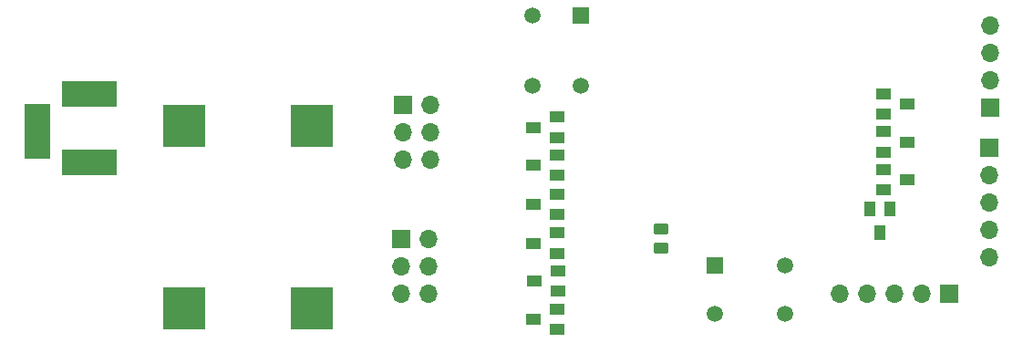
<source format=gbs>
G04 #@! TF.GenerationSoftware,KiCad,Pcbnew,(6.0.4)*
G04 #@! TF.CreationDate,2022-04-15T12:40:15+02:00*
G04 #@! TF.ProjectId,hernieuwdeBuffer_beide_groundplane,6865726e-6965-4757-9764-654275666665,rev?*
G04 #@! TF.SameCoordinates,Original*
G04 #@! TF.FileFunction,Soldermask,Bot*
G04 #@! TF.FilePolarity,Negative*
%FSLAX46Y46*%
G04 Gerber Fmt 4.6, Leading zero omitted, Abs format (unit mm)*
G04 Created by KiCad (PCBNEW (6.0.4)) date 2022-04-15 12:40:15*
%MOMM*%
%LPD*%
G01*
G04 APERTURE LIST*
G04 Aperture macros list*
%AMRoundRect*
0 Rectangle with rounded corners*
0 $1 Rounding radius*
0 $2 $3 $4 $5 $6 $7 $8 $9 X,Y pos of 4 corners*
0 Add a 4 corners polygon primitive as box body*
4,1,4,$2,$3,$4,$5,$6,$7,$8,$9,$2,$3,0*
0 Add four circle primitives for the rounded corners*
1,1,$1+$1,$2,$3*
1,1,$1+$1,$4,$5*
1,1,$1+$1,$6,$7*
1,1,$1+$1,$8,$9*
0 Add four rect primitives between the rounded corners*
20,1,$1+$1,$2,$3,$4,$5,0*
20,1,$1+$1,$4,$5,$6,$7,0*
20,1,$1+$1,$6,$7,$8,$9,0*
20,1,$1+$1,$8,$9,$2,$3,0*%
G04 Aperture macros list end*
%ADD10R,5.200000X2.400000*%
%ADD11R,2.400000X5.200000*%
%ADD12R,1.700000X1.700000*%
%ADD13O,1.700000X1.700000*%
%ADD14R,1.498000X1.498000*%
%ADD15C,1.498000*%
%ADD16R,4.000000X4.000000*%
%ADD17R,1.400000X1.000000*%
%ADD18RoundRect,0.250000X-0.450000X0.262500X-0.450000X-0.262500X0.450000X-0.262500X0.450000X0.262500X0*%
%ADD19R,1.000000X1.400000*%
G04 APERTURE END LIST*
D10*
X96200000Y-77450000D03*
X96150000Y-71100000D03*
D11*
X91350000Y-74550000D03*
D12*
X176040000Y-89650000D03*
D13*
X173500000Y-89650000D03*
X170960000Y-89650000D03*
X168420000Y-89650000D03*
X165880000Y-89650000D03*
D12*
X179750000Y-76080000D03*
D13*
X179750000Y-78620000D03*
X179750000Y-81160000D03*
X179750000Y-83700000D03*
X179750000Y-86240000D03*
D14*
X154250000Y-87000000D03*
D15*
X160750000Y-87000000D03*
X154250000Y-91500000D03*
X160750000Y-91500000D03*
D16*
X116850000Y-91000000D03*
X104950000Y-91000000D03*
X116850000Y-74100000D03*
X104950000Y-74100000D03*
D12*
X179800000Y-72400000D03*
D13*
X179800000Y-69860000D03*
X179800000Y-67320000D03*
X179800000Y-64780000D03*
D14*
X141800000Y-63835000D03*
D15*
X141800000Y-70335000D03*
X137300000Y-63835000D03*
X137300000Y-70335000D03*
D12*
X125110000Y-84560000D03*
D13*
X127650000Y-84560000D03*
X125110000Y-87100000D03*
X127650000Y-87100000D03*
X125110000Y-89640000D03*
X127650000Y-89640000D03*
D12*
X125310000Y-72110000D03*
D13*
X127850000Y-72110000D03*
X125310000Y-74650000D03*
X127850000Y-74650000D03*
X125310000Y-77190000D03*
X127850000Y-77190000D03*
D17*
X169950000Y-76500000D03*
X169950000Y-74600000D03*
X172150000Y-75550000D03*
X139600000Y-80400000D03*
X139600000Y-82300000D03*
X137400000Y-81350000D03*
X169950000Y-73000000D03*
X169950000Y-71100000D03*
X172150000Y-72050000D03*
X169950000Y-80000000D03*
X169950000Y-78100000D03*
X172150000Y-79050000D03*
X139650000Y-73250000D03*
X139650000Y-75150000D03*
X137450000Y-74200000D03*
X139650000Y-76750000D03*
X139650000Y-78650000D03*
X137450000Y-77700000D03*
X139600000Y-84000000D03*
X139600000Y-85900000D03*
X137400000Y-84950000D03*
X139700000Y-87500000D03*
X139700000Y-89400000D03*
X137500000Y-88450000D03*
X139650000Y-91050000D03*
X139650000Y-92950000D03*
X137450000Y-92000000D03*
D18*
X149300000Y-83587500D03*
X149300000Y-85412500D03*
D19*
X168650000Y-81750000D03*
X170550000Y-81750000D03*
X169600000Y-83950000D03*
M02*

</source>
